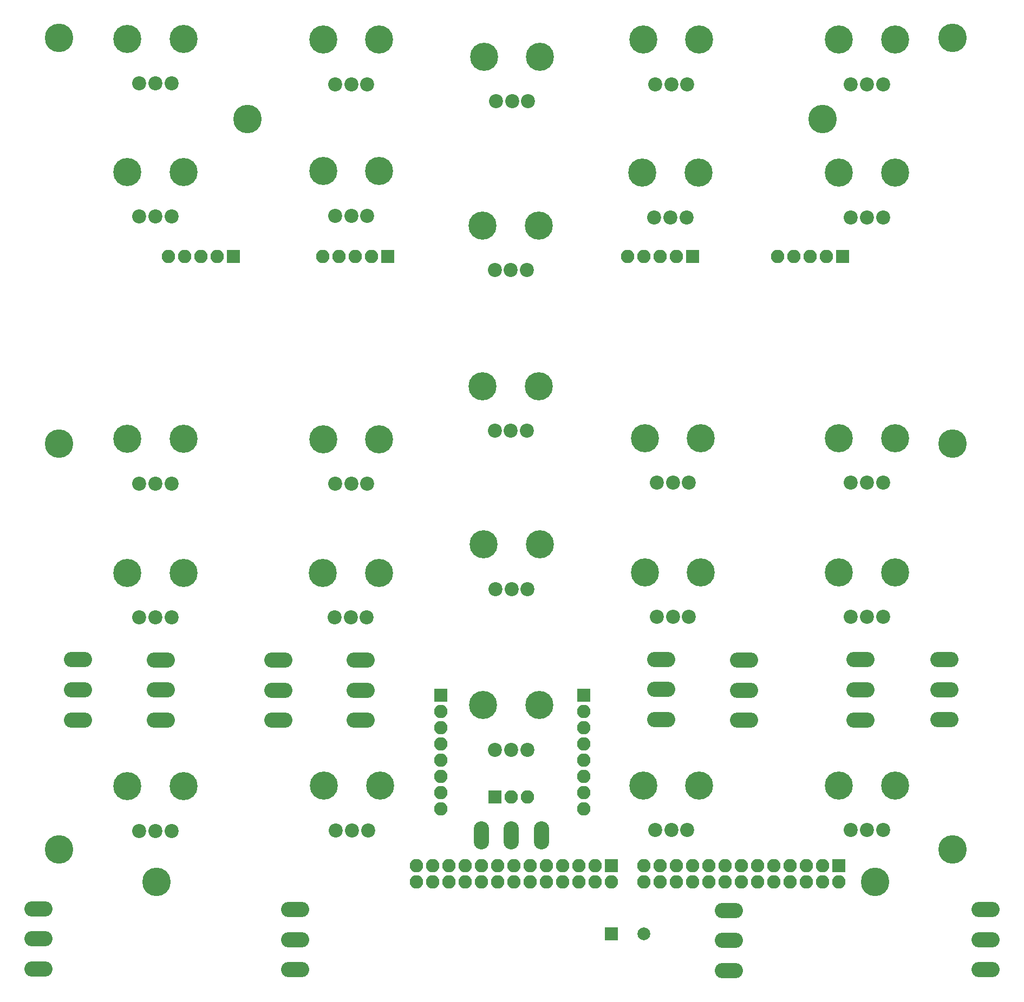
<source format=gbr>
G04 #@! TF.FileFunction,Soldermask,Bot*
%FSLAX46Y46*%
G04 Gerber Fmt 4.6, Leading zero omitted, Abs format (unit mm)*
G04 Created by KiCad (PCBNEW 4.0.7) date 02/28/19 19:32:10*
%MOMM*%
%LPD*%
G01*
G04 APERTURE LIST*
%ADD10C,0.100000*%
%ADD11C,4.464000*%
%ADD12C,2.200000*%
%ADD13C,4.400000*%
%ADD14R,2.100000X2.100000*%
%ADD15O,2.100000X2.100000*%
%ADD16R,2.000000X2.000000*%
%ADD17C,2.000000*%
%ADD18O,4.400000X2.400000*%
%ADD19O,2.400000X4.400000*%
G04 APERTURE END LIST*
D10*
D11*
X42164000Y-25400000D03*
X132080000Y-25400000D03*
X140335000Y-144780000D03*
X27940000Y-144780000D03*
X152400000Y-139700000D03*
X152400000Y-76200000D03*
X152400000Y-12700000D03*
X12700000Y-76200000D03*
X12700000Y-139700000D03*
X12700000Y-12700000D03*
D12*
X25313000Y-103378000D03*
X27813000Y-103378000D03*
X30313000Y-103378000D03*
D13*
X23413000Y-96378000D03*
X32213000Y-96378000D03*
D12*
X56047000Y-136715500D03*
X58547000Y-136715500D03*
X61047000Y-136715500D03*
D13*
X54147000Y-129715500D03*
X62947000Y-129715500D03*
D12*
X136565000Y-19939000D03*
X139065000Y-19939000D03*
X141565000Y-19939000D03*
D13*
X134665000Y-12939000D03*
X143465000Y-12939000D03*
D12*
X25313000Y-19812000D03*
X27813000Y-19812000D03*
X30313000Y-19812000D03*
D13*
X23413000Y-12812000D03*
X32213000Y-12812000D03*
D12*
X55920000Y-19939000D03*
X58420000Y-19939000D03*
X60920000Y-19939000D03*
D13*
X54020000Y-12939000D03*
X62820000Y-12939000D03*
D12*
X105958000Y-19939000D03*
X108458000Y-19939000D03*
X110958000Y-19939000D03*
D13*
X104058000Y-12939000D03*
X112858000Y-12939000D03*
D12*
X80939000Y-124079000D03*
X83439000Y-124079000D03*
X85939000Y-124079000D03*
D13*
X79039000Y-117079000D03*
X87839000Y-117079000D03*
D12*
X25313000Y-40640000D03*
X27813000Y-40640000D03*
X30313000Y-40640000D03*
D13*
X23413000Y-33640000D03*
X32213000Y-33640000D03*
D12*
X55920000Y-40513000D03*
X58420000Y-40513000D03*
X60920000Y-40513000D03*
D13*
X54020000Y-33513000D03*
X62820000Y-33513000D03*
D12*
X105831000Y-40767000D03*
X108331000Y-40767000D03*
X110831000Y-40767000D03*
D13*
X103931000Y-33767000D03*
X112731000Y-33767000D03*
D12*
X136565000Y-40767000D03*
X139065000Y-40767000D03*
X141565000Y-40767000D03*
D13*
X134665000Y-33767000D03*
X143465000Y-33767000D03*
D12*
X55856500Y-103378000D03*
X58356500Y-103378000D03*
X60856500Y-103378000D03*
D13*
X53956500Y-96378000D03*
X62756500Y-96378000D03*
D12*
X106212000Y-103314500D03*
X108712000Y-103314500D03*
X111212000Y-103314500D03*
D13*
X104312000Y-96314500D03*
X113112000Y-96314500D03*
D12*
X136565000Y-103314500D03*
X139065000Y-103314500D03*
X141565000Y-103314500D03*
D13*
X134665000Y-96314500D03*
X143465000Y-96314500D03*
D14*
X80899000Y-131445000D03*
D15*
X83439000Y-131445000D03*
X85979000Y-131445000D03*
D12*
X25313000Y-136779000D03*
X27813000Y-136779000D03*
X30313000Y-136779000D03*
D13*
X23413000Y-129779000D03*
X32213000Y-129779000D03*
D12*
X105958000Y-136652000D03*
X108458000Y-136652000D03*
X110958000Y-136652000D03*
D13*
X104058000Y-129652000D03*
X112858000Y-129652000D03*
D12*
X136565000Y-136652000D03*
X139065000Y-136652000D03*
X141565000Y-136652000D03*
D13*
X134665000Y-129652000D03*
X143465000Y-129652000D03*
D12*
X25313000Y-82423000D03*
X27813000Y-82423000D03*
X30313000Y-82423000D03*
D13*
X23413000Y-75423000D03*
X32213000Y-75423000D03*
D12*
X55920000Y-82486500D03*
X58420000Y-82486500D03*
X60920000Y-82486500D03*
D13*
X54020000Y-75486500D03*
X62820000Y-75486500D03*
D12*
X106212000Y-82296000D03*
X108712000Y-82296000D03*
X111212000Y-82296000D03*
D13*
X104312000Y-75296000D03*
X113112000Y-75296000D03*
D12*
X136565000Y-82296000D03*
X139065000Y-82296000D03*
X141565000Y-82296000D03*
D13*
X134665000Y-75296000D03*
X143465000Y-75296000D03*
D14*
X40005000Y-46926500D03*
D15*
X37465000Y-46926500D03*
X34925000Y-46926500D03*
X32385000Y-46926500D03*
X29845000Y-46926500D03*
D14*
X64135000Y-46926500D03*
D15*
X61595000Y-46926500D03*
X59055000Y-46926500D03*
X56515000Y-46926500D03*
X53975000Y-46926500D03*
D14*
X111760000Y-46926500D03*
D15*
X109220000Y-46926500D03*
X106680000Y-46926500D03*
X104140000Y-46926500D03*
X101600000Y-46926500D03*
D14*
X135255000Y-46926500D03*
D15*
X132715000Y-46926500D03*
X130175000Y-46926500D03*
X127635000Y-46926500D03*
X125095000Y-46926500D03*
D14*
X94805500Y-115570000D03*
D15*
X94805500Y-118110000D03*
X94805500Y-120650000D03*
X94805500Y-123190000D03*
X94805500Y-125730000D03*
X94805500Y-128270000D03*
X94805500Y-130810000D03*
X94805500Y-133350000D03*
D12*
X80875500Y-49022000D03*
X83375500Y-49022000D03*
X85875500Y-49022000D03*
D13*
X78975500Y-42022000D03*
X87775500Y-42022000D03*
D12*
X80875500Y-74168000D03*
X83375500Y-74168000D03*
X85875500Y-74168000D03*
D13*
X78975500Y-67168000D03*
X87775500Y-67168000D03*
D12*
X80984000Y-98933000D03*
X83484000Y-98933000D03*
X85984000Y-98933000D03*
D13*
X79084000Y-91933000D03*
X87884000Y-91933000D03*
D14*
X99060000Y-142240000D03*
D15*
X99060000Y-144780000D03*
X96520000Y-142240000D03*
X96520000Y-144780000D03*
X93980000Y-142240000D03*
X93980000Y-144780000D03*
X91440000Y-142240000D03*
X91440000Y-144780000D03*
X88900000Y-142240000D03*
X88900000Y-144780000D03*
X86360000Y-142240000D03*
X86360000Y-144780000D03*
X83820000Y-142240000D03*
X83820000Y-144780000D03*
X81280000Y-142240000D03*
X81280000Y-144780000D03*
X78740000Y-142240000D03*
X78740000Y-144780000D03*
X76200000Y-142240000D03*
X76200000Y-144780000D03*
X73660000Y-142240000D03*
X73660000Y-144780000D03*
X71120000Y-142240000D03*
X71120000Y-144780000D03*
X68580000Y-142240000D03*
X68580000Y-144780000D03*
D14*
X134620000Y-142240000D03*
D15*
X134620000Y-144780000D03*
X132080000Y-142240000D03*
X132080000Y-144780000D03*
X129540000Y-142240000D03*
X129540000Y-144780000D03*
X127000000Y-142240000D03*
X127000000Y-144780000D03*
X124460000Y-142240000D03*
X124460000Y-144780000D03*
X121920000Y-142240000D03*
X121920000Y-144780000D03*
X119380000Y-142240000D03*
X119380000Y-144780000D03*
X116840000Y-142240000D03*
X116840000Y-144780000D03*
X114300000Y-142240000D03*
X114300000Y-144780000D03*
X111760000Y-142240000D03*
X111760000Y-144780000D03*
X109220000Y-142240000D03*
X109220000Y-144780000D03*
X106680000Y-142240000D03*
X106680000Y-144780000D03*
X104140000Y-142240000D03*
X104140000Y-144780000D03*
D12*
X81066000Y-22606000D03*
X83566000Y-22606000D03*
X86066000Y-22606000D03*
D13*
X79166000Y-15606000D03*
X87966000Y-15606000D03*
D16*
X99140000Y-152908000D03*
D17*
X104140000Y-152908000D03*
D14*
X72390000Y-115570000D03*
D15*
X72390000Y-118110000D03*
X72390000Y-120650000D03*
X72390000Y-123190000D03*
X72390000Y-125730000D03*
X72390000Y-128270000D03*
X72390000Y-130810000D03*
X72390000Y-133350000D03*
D18*
X157607000Y-149097000D03*
X157607000Y-153797000D03*
X157607000Y-158497000D03*
X117475000Y-149224000D03*
X117475000Y-153924000D03*
X117475000Y-158624000D03*
X49657000Y-149097000D03*
X49657000Y-153797000D03*
X49657000Y-158497000D03*
X9525000Y-148970000D03*
X9525000Y-153670000D03*
X9525000Y-158370000D03*
D19*
X78739000Y-137477500D03*
X83439000Y-137477500D03*
X88139000Y-137477500D03*
D18*
X15697200Y-110006400D03*
X15697200Y-114706400D03*
X15697200Y-119406400D03*
X46990000Y-110057200D03*
X46990000Y-114757200D03*
X46990000Y-119457200D03*
X106883200Y-109955600D03*
X106883200Y-114655600D03*
X106883200Y-119355600D03*
X138023600Y-110006400D03*
X138023600Y-114706400D03*
X138023600Y-119406400D03*
X28638500Y-110044500D03*
X28638500Y-114744500D03*
X28638500Y-119444500D03*
X59893200Y-110057200D03*
X59893200Y-114757200D03*
X59893200Y-119457200D03*
X119837200Y-110057200D03*
X119837200Y-114757200D03*
X119837200Y-119457200D03*
X151130000Y-109981000D03*
X151130000Y-114681000D03*
X151130000Y-119381000D03*
M02*

</source>
